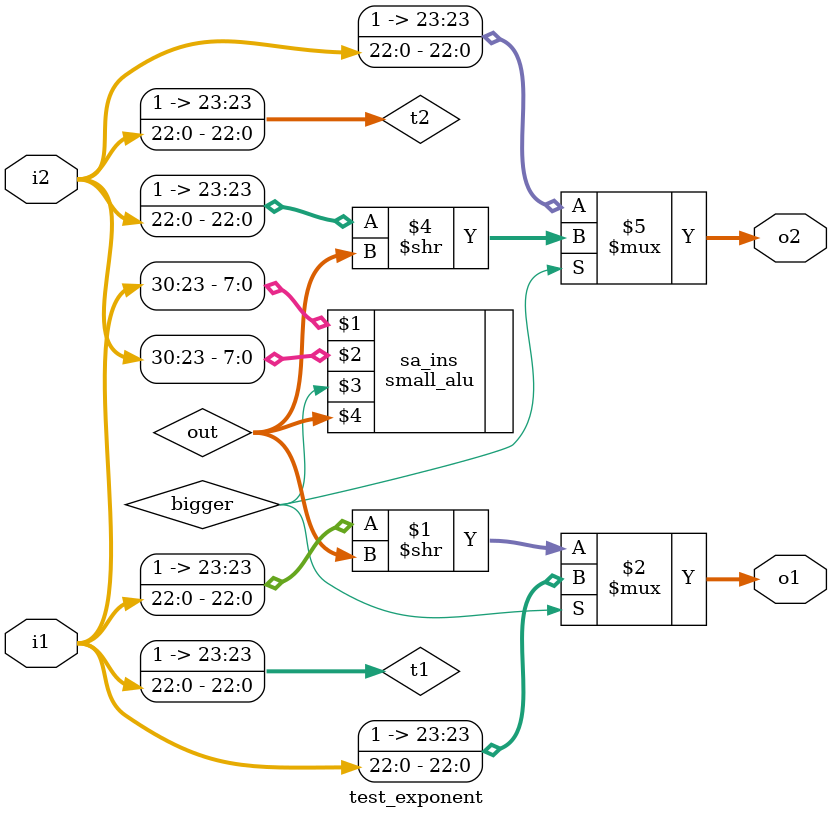
<source format=v>
module test_exponent (i1, i2, o1, o2);

input [31:0] i1, i2;
output [23:0] o1, o2;

wire  [23:0] o1, o2, t1, t2;
wire bigger;
wire [7:0] out;

small_alu  sa_ins (i1[30:23], i2[30:23], bigger , out);

assign t1 = {1'b1,i1[22:0]};
assign t2 = {1'b1,i2[22:0]};

assign o1 = (bigger) ? t1 : (t1[23:0] >> out);
assign o2 = (~bigger) ? t2 : (t2[23:0] >> out);
endmodule
 

</source>
